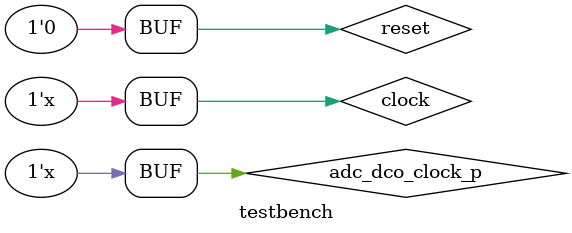
<source format=v>
`timescale 1ns / 1ns

module testbench
(
);

    localparam      SYS_CLOCK_PERIOD    =   8;
    localparam      DCO_CLOCK_PERIOD    =   10;   
    
    reg         clock;
    reg         reset;
    reg [13:0]  adc_data;
    
    wire    tx;
    wire    led0_g;
    wire    led0_r;
    wire    adc_sdio;
    reg     adc_dco_clock_p;
    wire    adc_dco_clock_n;
    wire    adc_sclk;
    wire    adc_clock_in_n;
    wire    adc_clock_in_p;
    wire    adc_ch1_coupling_h;
    wire    adc_ch1_coupling_l;
    wire    adc_ch2_coupling_h;
    wire    adc_ch2_coupling_l;
    wire    adc_ch2_gain_h;
    wire    adc_ch2_gain_l;
    wire    adc_ch1_gain_l;
    wire    adc_ch1_gain_h;
    wire    adc_relay_com_l;
    wire    adc_relay_com_h;
    wire    adc_cs;
    wire    adc_sync;
    
    initial begin
        clock           =   1'b0;
        adc_dco_clock_p =   1'b0;
        adc_data        =   14'b00000000000000;
                
        #10
        reset       =   1'b1;
        
        #50
        reset       =   1'b0;
    end
    
    always begin
        #( SYS_CLOCK_PERIOD / 2 )
        clock           =   ~clock;
    end
    
    always begin
        #( DCO_CLOCK_PERIOD / 2 )
        adc_dco_clock_p =   ~adc_dco_clock_p;
    end
    
    always@( posedge adc_dco_clock_p ) begin
        adc_data        =   adc_data + 1'b1;
    end
    
    always@( posedge led0_g ) begin
        $display( "INIT DONE" );
    end
    
    top
    u_top
    (
        .i_reset                (reset),
        .i_clock                (clock),
        .o_tx                   (tx),
        .o_led0_g               (led0_g),        
        .o_led0_r               (led0_r),
        .i_adc_data_0           (adc_data[0]),
        .i_adc_data_1           (adc_data[1]),
        .i_adc_data_2           (adc_data[2]),
        .i_adc_data_3           (adc_data[3]),
        .i_adc_data_4           (adc_data[4]),
        .i_adc_data_5           (adc_data[5]),
        .i_adc_data_6           (adc_data[6]),
        .i_adc_data_7           (adc_data[7]),
        .i_adc_data_8           (adc_data[8]),
        .i_adc_data_9           (adc_data[9]),
        .i_adc_data_10          (adc_data[10]),
        .i_adc_data_11          (adc_data[11]),
        .i_adc_data_12          (adc_data[12]),
        .i_adc_data_13          (adc_data[13]),
        .io_adc_sdio            (adc_sdio),   
        .i_adc_dco_clock_p      (adc_dco_clock_p),
        .o_adc_dco_clock_n      (adc_dco_clock_n),
        .o_adc_sclk             (adc_sclk),
        .o_adc_clock_in_n       (adc_clock_in_n),
        .o_adc_clock_in_p       (adc_clock_in_p),
        .o_ch1_coupling_h       (adc_ch1_coupling_h),
        .o_ch1_coupling_l       (adc_ch1_coupling_l),
        .o_ch2_coupling_h       (adc_ch2_coupling_h),
        .o_ch2_coupling_l       (adc_ch2_coupling_l),
        .o_ch2_gain_h           (adc_ch2_gain_h),
        .o_ch2_gain_l           (adc_ch2_gain_l),
        .o_ch1_gain_l           (adc_ch1_gain_l),  
        .o_ch1_gain_h           (adc_ch1_gain_h),
        .o_adc_relay_com_l      (adc_relay_com_l),
        .o_adc_relay_com_h      (adc_relay_com_h),
        .o_adc_cs               (adc_cs),
        .o_adc_sync             (adc_sync)
    );       
  
endmodule

</source>
